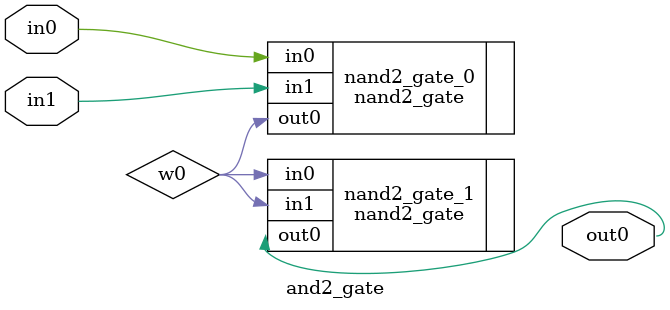
<source format=v>
`timescale 1ns / 1ps


module and2_gate(   input in0,
                    input in1,
                    output out0

    );
    wire w0;
    nand2_gate nand2_gate_0(    .in0(in0),
                                .in1(in1),
                                .out0(w0)

    );
    nand2_gate nand2_gate_1(    .in0(w0),
                                .in1(w0),
                                .out0(out0)

    );
endmodule

</source>
